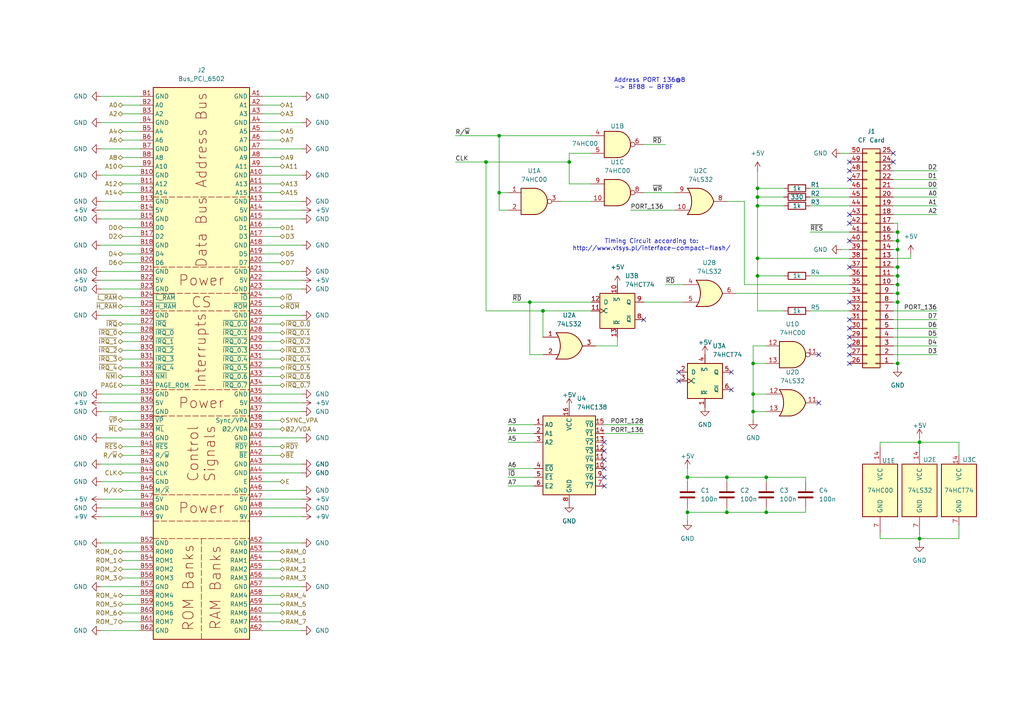
<source format=kicad_sch>
(kicad_sch (version 20231120) (generator "eeschema") (generator_version "8.0")
  (paper "A4")
  (junction (at 210.82 138.43))
  (junction (at 199.39 138.43))
  (junction (at 260.35 77.47))
  (junction (at 260.35 82.55))
  (junction (at 219.71 74.93))
  (junction (at 266.7 156.21))
  (junction (at 260.35 85.09))
  (junction (at 219.71 80.01))
  (junction (at 153.67 87.63))
  (junction (at 260.35 72.39))
  (junction (at 218.44 105.41))
  (junction (at 219.71 59.69))
  (junction (at 157.48 90.17))
  (junction (at 222.25 138.43))
  (junction (at 266.7 128.27))
  (junction (at 218.44 119.38))
  (junction (at 210.82 148.59))
  (junction (at 218.44 114.3))
  (junction (at 260.35 105.41))
  (junction (at 165.1 46.99))
  (junction (at 222.25 148.59))
  (junction (at 219.71 54.61))
  (junction (at 260.35 67.31))
  (junction (at 144.78 55.88))
  (junction (at 260.35 80.01))
  (junction (at 260.35 69.85))
  (junction (at 144.78 39.37))
  (junction (at 219.71 57.15))
  (junction (at 140.97 46.99))
  (junction (at 260.35 87.63))
  (junction (at 199.39 148.59))
  (no_connect (at 246.38 87.63))
  (no_connect (at 246.38 77.47))
  (no_connect (at 259.08 44.45))
  (no_connect (at 212.09 107.95))
  (no_connect (at 246.38 49.53))
  (no_connect (at 212.09 113.03))
  (no_connect (at 246.38 95.25))
  (no_connect (at 237.49 116.84))
  (no_connect (at 196.85 107.95))
  (no_connect (at 246.38 64.77))
  (no_connect (at 186.69 92.71))
  (no_connect (at 175.26 133.35))
  (no_connect (at 196.85 110.49))
  (no_connect (at 246.38 105.41))
  (no_connect (at 175.26 138.43))
  (no_connect (at 246.38 102.87))
  (no_connect (at 246.38 52.07))
  (no_connect (at 259.08 46.99))
  (no_connect (at 246.38 92.71))
  (no_connect (at 246.38 97.79))
  (no_connect (at 175.26 128.27))
  (no_connect (at 175.26 140.97))
  (no_connect (at 237.49 102.87))
  (no_connect (at 175.26 135.89))
  (no_connect (at 246.38 69.85))
  (no_connect (at 246.38 62.23))
  (no_connect (at 246.38 46.99))
  (no_connect (at 246.38 100.33))
  (no_connect (at 175.26 130.81))
  (wire (pts (xy 29.21 71.12) (xy 40.64 71.12)))
  (wire (pts (xy 148.59 87.63) (xy 153.67 87.63)))
  (wire (pts (xy 81.28 40.64) (xy 76.2 40.64)))
  (wire (pts (xy 264.16 74.93) (xy 259.08 74.93)))
  (wire (pts (xy 35.56 165.1) (xy 40.64 165.1)))
  (wire (pts (xy 233.68 147.32) (xy 233.68 148.59)))
  (wire (pts (xy 29.21 119.38) (xy 40.64 119.38)))
  (wire (pts (xy 266.7 154.94) (xy 266.7 156.21)))
  (wire (pts (xy 81.28 162.56) (xy 76.2 162.56)))
  (wire (pts (xy 81.28 160.02) (xy 76.2 160.02)))
  (wire (pts (xy 271.78 49.53) (xy 259.08 49.53)))
  (wire (pts (xy 29.21 114.3) (xy 40.64 114.3)))
  (wire (pts (xy 29.21 43.18) (xy 40.64 43.18)))
  (wire (pts (xy 35.56 109.22) (xy 40.64 109.22)))
  (wire (pts (xy 222.25 138.43) (xy 210.82 138.43)))
  (wire (pts (xy 35.56 106.68) (xy 40.64 106.68)))
  (wire (pts (xy 271.78 100.33) (xy 259.08 100.33)))
  (wire (pts (xy 210.82 138.43) (xy 199.39 138.43)))
  (wire (pts (xy 81.28 132.08) (xy 76.2 132.08)))
  (wire (pts (xy 87.63 134.62) (xy 76.2 134.62)))
  (wire (pts (xy 260.35 64.77) (xy 259.08 64.77)))
  (wire (pts (xy 219.71 59.69) (xy 227.33 59.69)))
  (wire (pts (xy 35.56 86.36) (xy 40.64 86.36)))
  (wire (pts (xy 259.08 67.31) (xy 260.35 67.31)))
  (wire (pts (xy 87.63 170.18) (xy 76.2 170.18)))
  (wire (pts (xy 234.95 57.15) (xy 246.38 57.15)))
  (wire (pts (xy 35.56 93.98) (xy 40.64 93.98)))
  (wire (pts (xy 234.95 80.01) (xy 246.38 80.01)))
  (wire (pts (xy 165.1 46.99) (xy 165.1 44.45)))
  (wire (pts (xy 266.7 128.27) (xy 266.7 129.54)))
  (wire (pts (xy 81.28 175.26) (xy 76.2 175.26)))
  (wire (pts (xy 271.78 54.61) (xy 259.08 54.61)))
  (wire (pts (xy 87.63 71.12) (xy 76.2 71.12)))
  (wire (pts (xy 35.56 30.48) (xy 40.64 30.48)))
  (wire (pts (xy 81.28 96.52) (xy 76.2 96.52)))
  (wire (pts (xy 218.44 105.41) (xy 222.25 105.41)))
  (wire (pts (xy 29.21 91.44) (xy 40.64 91.44)))
  (wire (pts (xy 234.95 54.61) (xy 246.38 54.61)))
  (wire (pts (xy 87.63 35.56) (xy 76.2 35.56)))
  (wire (pts (xy 222.25 148.59) (xy 210.82 148.59)))
  (wire (pts (xy 255.27 154.94) (xy 255.27 156.21)))
  (wire (pts (xy 29.21 139.7) (xy 40.64 139.7)))
  (wire (pts (xy 175.26 125.73) (xy 186.69 125.73)))
  (wire (pts (xy 199.39 135.89) (xy 199.39 138.43)))
  (wire (pts (xy 218.44 105.41) (xy 218.44 100.33)))
  (wire (pts (xy 259.08 72.39) (xy 260.35 72.39)))
  (wire (pts (xy 81.28 121.92) (xy 76.2 121.92)))
  (wire (pts (xy 271.78 102.87) (xy 259.08 102.87)))
  (wire (pts (xy 81.28 139.7) (xy 76.2 139.7)))
  (wire (pts (xy 147.32 128.27) (xy 154.94 128.27)))
  (wire (pts (xy 35.56 175.26) (xy 40.64 175.26)))
  (wire (pts (xy 271.78 62.23) (xy 259.08 62.23)))
  (wire (pts (xy 147.32 140.97) (xy 154.94 140.97)))
  (wire (pts (xy 35.56 33.02) (xy 40.64 33.02)))
  (wire (pts (xy 35.56 55.88) (xy 40.64 55.88)))
  (wire (pts (xy 233.68 148.59) (xy 222.25 148.59)))
  (wire (pts (xy 165.1 44.45) (xy 171.45 44.45)))
  (wire (pts (xy 81.28 180.34) (xy 76.2 180.34)))
  (wire (pts (xy 81.28 104.14) (xy 76.2 104.14)))
  (wire (pts (xy 259.08 82.55) (xy 260.35 82.55)))
  (wire (pts (xy 278.13 156.21) (xy 266.7 156.21)))
  (wire (pts (xy 271.78 59.69) (xy 259.08 59.69)))
  (wire (pts (xy 147.32 123.19) (xy 154.94 123.19)))
  (wire (pts (xy 271.78 97.79) (xy 259.08 97.79)))
  (wire (pts (xy 213.36 85.09) (xy 246.38 85.09)))
  (wire (pts (xy 175.26 123.19) (xy 186.69 123.19)))
  (wire (pts (xy 29.21 50.8) (xy 40.64 50.8)))
  (wire (pts (xy 87.63 157.48) (xy 76.2 157.48)))
  (wire (pts (xy 218.44 114.3) (xy 218.44 105.41)))
  (wire (pts (xy 210.82 148.59) (xy 199.39 148.59)))
  (wire (pts (xy 147.32 125.73) (xy 154.94 125.73)))
  (wire (pts (xy 233.68 139.7) (xy 233.68 138.43)))
  (wire (pts (xy 29.21 144.78) (xy 40.64 144.78)))
  (wire (pts (xy 35.56 121.92) (xy 40.64 121.92)))
  (wire (pts (xy 35.56 66.04) (xy 40.64 66.04)))
  (wire (pts (xy 271.78 90.17) (xy 259.08 90.17)))
  (wire (pts (xy 165.1 53.34) (xy 165.1 46.99)))
  (wire (pts (xy 140.97 90.17) (xy 140.97 46.99)))
  (wire (pts (xy 81.28 68.58) (xy 76.2 68.58)))
  (wire (pts (xy 81.28 101.6) (xy 76.2 101.6)))
  (wire (pts (xy 87.63 144.78) (xy 76.2 144.78)))
  (wire (pts (xy 186.69 41.91) (xy 193.04 41.91)))
  (wire (pts (xy 87.63 116.84) (xy 76.2 116.84)))
  (wire (pts (xy 35.56 101.6) (xy 40.64 101.6)))
  (wire (pts (xy 259.08 105.41) (xy 260.35 105.41)))
  (wire (pts (xy 219.71 90.17) (xy 219.71 80.01)))
  (wire (pts (xy 219.71 74.93) (xy 246.38 74.93)))
  (wire (pts (xy 266.7 156.21) (xy 266.7 157.48)))
  (wire (pts (xy 271.78 57.15) (xy 259.08 57.15)))
  (wire (pts (xy 278.13 128.27) (xy 278.13 132.08)))
  (wire (pts (xy 81.28 129.54) (xy 76.2 129.54)))
  (wire (pts (xy 35.56 177.8) (xy 40.64 177.8)))
  (wire (pts (xy 227.33 90.17) (xy 219.71 90.17)))
  (wire (pts (xy 81.28 86.36) (xy 76.2 86.36)))
  (wire (pts (xy 81.28 109.22) (xy 76.2 109.22)))
  (wire (pts (xy 87.63 78.74) (xy 76.2 78.74)))
  (wire (pts (xy 81.28 106.68) (xy 76.2 106.68)))
  (wire (pts (xy 87.63 81.28) (xy 76.2 81.28)))
  (wire (pts (xy 81.28 172.72) (xy 76.2 172.72)))
  (wire (pts (xy 234.95 67.31) (xy 246.38 67.31)))
  (wire (pts (xy 29.21 170.18) (xy 40.64 170.18)))
  (wire (pts (xy 35.56 167.64) (xy 40.64 167.64)))
  (wire (pts (xy 186.69 55.88) (xy 195.58 55.88)))
  (wire (pts (xy 219.71 57.15) (xy 219.71 54.61)))
  (wire (pts (xy 147.32 60.96) (xy 144.78 60.96)))
  (wire (pts (xy 29.21 134.62) (xy 40.64 134.62)))
  (wire (pts (xy 219.71 54.61) (xy 219.71 49.53)))
  (wire (pts (xy 234.95 59.69) (xy 246.38 59.69)))
  (wire (pts (xy 144.78 60.96) (xy 144.78 55.88)))
  (wire (pts (xy 87.63 149.86) (xy 76.2 149.86)))
  (wire (pts (xy 87.63 137.16) (xy 76.2 137.16)))
  (wire (pts (xy 153.67 87.63) (xy 171.45 87.63)))
  (wire (pts (xy 182.88 60.96) (xy 195.58 60.96)))
  (wire (pts (xy 29.21 35.56) (xy 40.64 35.56)))
  (wire (pts (xy 87.63 182.88) (xy 76.2 182.88)))
  (wire (pts (xy 153.67 102.87) (xy 153.67 87.63)))
  (wire (pts (xy 29.21 78.74) (xy 40.64 78.74)))
  (wire (pts (xy 144.78 39.37) (xy 144.78 55.88)))
  (wire (pts (xy 81.28 53.34) (xy 76.2 53.34)))
  (wire (pts (xy 81.28 45.72) (xy 76.2 45.72)))
  (wire (pts (xy 29.21 81.28) (xy 40.64 81.28)))
  (wire (pts (xy 81.28 30.48) (xy 76.2 30.48)))
  (wire (pts (xy 259.08 87.63) (xy 260.35 87.63)))
  (wire (pts (xy 218.44 119.38) (xy 218.44 114.3)))
  (wire (pts (xy 271.78 92.71) (xy 259.08 92.71)))
  (wire (pts (xy 266.7 128.27) (xy 278.13 128.27)))
  (wire (pts (xy 243.84 44.45) (xy 246.38 44.45)))
  (wire (pts (xy 81.28 93.98) (xy 76.2 93.98)))
  (wire (pts (xy 81.28 167.64) (xy 76.2 167.64)))
  (wire (pts (xy 193.04 82.55) (xy 198.12 82.55)))
  (wire (pts (xy 87.63 63.5) (xy 76.2 63.5)))
  (wire (pts (xy 255.27 156.21) (xy 266.7 156.21)))
  (wire (pts (xy 199.39 148.59) (xy 199.39 151.13)))
  (wire (pts (xy 260.35 77.47) (xy 260.35 80.01)))
  (wire (pts (xy 29.21 116.84) (xy 40.64 116.84)))
  (wire (pts (xy 29.21 60.96) (xy 40.64 60.96)))
  (wire (pts (xy 147.32 138.43) (xy 154.94 138.43)))
  (wire (pts (xy 29.21 127) (xy 40.64 127)))
  (wire (pts (xy 259.08 77.47) (xy 260.35 77.47)))
  (wire (pts (xy 87.63 83.82) (xy 76.2 83.82)))
  (wire (pts (xy 222.25 147.32) (xy 222.25 148.59)))
  (wire (pts (xy 259.08 69.85) (xy 260.35 69.85)))
  (wire (pts (xy 87.63 119.38) (xy 76.2 119.38)))
  (wire (pts (xy 87.63 60.96) (xy 76.2 60.96)))
  (wire (pts (xy 144.78 39.37) (xy 171.45 39.37)))
  (wire (pts (xy 162.56 58.42) (xy 171.45 58.42)))
  (wire (pts (xy 260.35 67.31) (xy 260.35 64.77)))
  (wire (pts (xy 81.28 165.1) (xy 76.2 165.1)))
  (wire (pts (xy 87.63 27.94) (xy 76.2 27.94)))
  (wire (pts (xy 264.16 73.66) (xy 264.16 74.93)))
  (wire (pts (xy 255.27 128.27) (xy 266.7 128.27)))
  (wire (pts (xy 171.45 53.34) (xy 165.1 53.34)))
  (wire (pts (xy 81.28 88.9) (xy 76.2 88.9)))
  (wire (pts (xy 215.9 82.55) (xy 246.38 82.55)))
  (wire (pts (xy 35.56 172.72) (xy 40.64 172.72)))
  (wire (pts (xy 271.78 95.25) (xy 259.08 95.25)))
  (wire (pts (xy 219.71 80.01) (xy 227.33 80.01)))
  (wire (pts (xy 218.44 121.92) (xy 218.44 119.38)))
  (wire (pts (xy 29.21 58.42) (xy 40.64 58.42)))
  (wire (pts (xy 278.13 152.4) (xy 278.13 156.21)))
  (wire (pts (xy 87.63 50.8) (xy 76.2 50.8)))
  (wire (pts (xy 218.44 119.38) (xy 222.25 119.38)))
  (wire (pts (xy 29.21 182.88) (xy 40.64 182.88)))
  (wire (pts (xy 35.56 99.06) (xy 40.64 99.06)))
  (wire (pts (xy 140.97 46.99) (xy 165.1 46.99)))
  (wire (pts (xy 210.82 139.7) (xy 210.82 138.43)))
  (wire (pts (xy 87.63 91.44) (xy 76.2 91.44)))
  (wire (pts (xy 199.39 147.32) (xy 199.39 148.59)))
  (wire (pts (xy 81.28 124.46) (xy 76.2 124.46)))
  (wire (pts (xy 218.44 100.33) (xy 222.25 100.33)))
  (wire (pts (xy 259.08 80.01) (xy 260.35 80.01)))
  (wire (pts (xy 87.63 43.18) (xy 76.2 43.18)))
  (wire (pts (xy 266.7 127) (xy 266.7 128.27)))
  (wire (pts (xy 218.44 114.3) (xy 222.25 114.3)))
  (wire (pts (xy 219.71 59.69) (xy 219.71 57.15)))
  (wire (pts (xy 219.71 57.15) (xy 227.33 57.15)))
  (wire (pts (xy 215.9 58.42) (xy 215.9 82.55)))
  (wire (pts (xy 35.56 40.64) (xy 40.64 40.64)))
  (wire (pts (xy 260.35 80.01) (xy 260.35 82.55)))
  (wire (pts (xy 243.84 72.39) (xy 246.38 72.39)))
  (wire (pts (xy 157.48 90.17) (xy 157.48 97.79)))
  (wire (pts (xy 255.27 129.54) (xy 255.27 128.27)))
  (wire (pts (xy 179.07 100.33) (xy 179.07 97.79)))
  (wire (pts (xy 29.21 83.82) (xy 40.64 83.82)))
  (wire (pts (xy 260.35 82.55) (xy 260.35 85.09)))
  (wire (pts (xy 81.28 48.26) (xy 76.2 48.26)))
  (wire (pts (xy 219.71 74.93) (xy 219.71 59.69)))
  (wire (pts (xy 87.63 142.24) (xy 76.2 142.24)))
  (wire (pts (xy 157.48 90.17) (xy 171.45 90.17)))
  (wire (pts (xy 29.21 157.48) (xy 40.64 157.48)))
  (wire (pts (xy 81.28 66.04) (xy 76.2 66.04)))
  (wire (pts (xy 81.28 99.06) (xy 76.2 99.06)))
  (wire (pts (xy 260.35 105.41) (xy 260.35 106.68)))
  (wire (pts (xy 35.56 88.9) (xy 40.64 88.9)))
  (wire (pts (xy 35.56 45.72) (xy 40.64 45.72)))
  (wire (pts (xy 210.82 58.42) (xy 215.9 58.42)))
  (wire (pts (xy 234.95 90.17) (xy 246.38 90.17)))
  (wire (pts (xy 260.35 72.39) (xy 260.35 69.85)))
  (wire (pts (xy 87.63 58.42) (xy 76.2 58.42)))
  (wire (pts (xy 222.25 139.7) (xy 222.25 138.43)))
  (wire (pts (xy 35.56 129.54) (xy 40.64 129.54)))
  (wire (pts (xy 210.82 147.32) (xy 210.82 148.59)))
  (wire (pts (xy 35.56 104.14) (xy 40.64 104.14)))
  (wire (pts (xy 35.56 180.34) (xy 40.64 180.34)))
  (wire (pts (xy 35.56 38.1) (xy 40.64 38.1)))
  (wire (pts (xy 35.56 142.24) (xy 40.64 142.24)))
  (wire (pts (xy 157.48 102.87) (xy 153.67 102.87)))
  (wire (pts (xy 29.21 147.32) (xy 40.64 147.32)))
  (wire (pts (xy 35.56 96.52) (xy 40.64 96.52)))
  (wire (pts (xy 81.28 111.76) (xy 76.2 111.76)))
  (wire (pts (xy 35.56 124.46) (xy 40.64 124.46)))
  (wire (pts (xy 260.35 69.85) (xy 260.35 67.31)))
  (wire (pts (xy 186.69 87.63) (xy 198.12 87.63)))
  (wire (pts (xy 35.56 132.08) (xy 40.64 132.08)))
  (wire (pts (xy 260.35 87.63) (xy 260.35 105.41)))
  (wire (pts (xy 260.35 72.39) (xy 260.35 77.47)))
  (wire (pts (xy 260.35 85.09) (xy 260.35 87.63)))
  (wire (pts (xy 219.71 54.61) (xy 227.33 54.61)))
  (wire (pts (xy 81.28 76.2) (xy 76.2 76.2)))
  (wire (pts (xy 35.56 48.26) (xy 40.64 48.26)))
  (wire (pts (xy 81.28 177.8) (xy 76.2 177.8)))
  (wire (pts (xy 132.08 39.37) (xy 144.78 39.37)))
  (wire (pts (xy 87.63 127) (xy 76.2 127)))
  (wire (pts (xy 29.21 149.86) (xy 40.64 149.86)))
  (wire (pts (xy 199.39 138.43) (xy 199.39 139.7)))
  (wire (pts (xy 81.28 73.66) (xy 76.2 73.66)))
  (wire (pts (xy 132.08 46.99) (xy 140.97 46.99)))
  (wire (pts (xy 219.71 80.01) (xy 219.71 74.93)))
  (wire (pts (xy 147.32 135.89) (xy 154.94 135.89)))
  (wire (pts (xy 81.28 33.02) (xy 76.2 33.02)))
  (wire (pts (xy 87.63 114.3) (xy 76.2 114.3)))
  (wire (pts (xy 35.56 73.66) (xy 40.64 73.66)))
  (wire (pts (xy 233.68 138.43) (xy 222.25 138.43)))
  (wire (pts (xy 35.56 137.16) (xy 40.64 137.16)))
  (wire (pts (xy 87.63 147.32) (xy 76.2 147.32)))
  (wire (pts (xy 140.97 90.17) (xy 157.48 90.17)))
  (wire (pts (xy 35.56 53.34) (xy 40.64 53.34)))
  (wire (pts (xy 29.21 27.94) (xy 40.64 27.94)))
  (wire (pts (xy 271.78 52.07) (xy 259.08 52.07)))
  (wire (pts (xy 81.28 55.88) (xy 76.2 55.88)))
  (wire (pts (xy 29.21 63.5) (xy 40.64 63.5)))
  (wire (pts (xy 35.56 111.76) (xy 40.64 111.76)))
  (wire (pts (xy 81.28 38.1) (xy 76.2 38.1)))
  (wire (pts (xy 172.72 100.33) (xy 179.07 100.33)))
  (wire (pts (xy 35.56 68.58) (xy 40.64 68.58)))
  (wire (pts (xy 35.56 162.56) (xy 40.64 162.56)))
  (wire (pts (xy 144.78 55.88) (xy 147.32 55.88)))
  (wire (pts (xy 35.56 160.02) (xy 40.64 160.02)))
  (wire (pts (xy 35.56 76.2) (xy 40.64 76.2)))
  (wire (pts (xy 259.08 85.09) (xy 260.35 85.09)))
  (text "Address PORT 136@8\n-> BF88 - BF8F" (at 178.054 24.384 0) (effects (font (size 1.27 1.27)) (justify left)))
  (text "Timing Circuit according to:\nhttp://www.vtsys.pl/interface-compact-flash/" (at 188.976 71.12 0) (effects (font (size 1.27 1.27))))
  (label "~{WR}" (at 189.23 55.88 0))
  (label "D2" (at 271.78 49.53 180))
  (label "~{RD}" (at 189.23 41.91 0))
  (label "A0" (at 271.78 57.15 180))
  (label "D0" (at 271.78 54.61 180))
  (label "D6" (at 271.78 95.25 180))
  (label "~{RES}" (at 234.95 67.31 0))
  (label "~{RD}" (at 148.59 87.63 0))
  (label "A7" (at 147.32 140.97 0))
  (label "D1" (at 271.78 52.07 180))
  (label "A3" (at 147.32 123.19 0))
  (label "R{slash}~{W}" (at 132.08 39.37 0))
  (label "~{RD}" (at 193.04 82.55 0))
  (label "A1" (at 271.78 59.69 180))
  (label "A4" (at 147.32 125.73 0))
  (label "PORT_136" (at 271.78 90.17 180))
  (label "D7" (at 271.78 92.71 180))
  (label "PORT_128" (at 186.69 123.19 180))
  (label "D3" (at 271.78 102.87 180))
  (label "D5" (at 271.78 97.79 180))
  (label "D4" (at 271.78 100.33 180))
  (label "PORT_136" (at 186.69 125.73 180))
  (label "~{IO}" (at 147.32 138.43 0))
  (label "A6" (at 147.32 135.89 0))
  (label "A2" (at 271.78 62.23 180))
  (label "A5" (at 147.32 128.27 0))
  (label "PORT_136" (at 182.88 60.96 0))
  (label "CLK" (at 132.08 46.99 0))
  (hierarchical_label "ROM_0" (shape bidirectional) (at 35.56 160.02 180))
  (hierarchical_label "~{IRQ_1}" (shape bidirectional) (at 35.56 99.06 180))
  (hierarchical_label "D2" (shape bidirectional) (at 35.56 68.58 180))
  (hierarchical_label "~{IRQ_0.6}" (shape bidirectional) (at 81.28 109.22 0))
  (hierarchical_label "E" (shape bidirectional) (at 81.28 139.7 0))
  (hierarchical_label "M{slash}X" (shape bidirectional) (at 35.56 142.24 180))
  (hierarchical_label "A0" (shape bidirectional) (at 35.56 30.48 180))
  (hierarchical_label "ROM_2" (shape bidirectional) (at 35.56 165.1 180))
  (hierarchical_label "RAM_5" (shape bidirectional) (at 81.28 175.26 0))
  (hierarchical_label "RAM_3" (shape bidirectional) (at 81.28 167.64 0))
  (hierarchical_label "~{NMI}" (shape bidirectional) (at 35.56 109.22 180))
  (hierarchical_label "CLK" (shape bidirectional) (at 35.56 137.16 180))
  (hierarchical_label "~{BE}" (shape bidirectional) (at 81.28 132.08 0))
  (hierarchical_label "A2" (shape bidirectional) (at 35.56 33.02 180))
  (hierarchical_label "ROM_4" (shape bidirectional) (at 35.56 172.72 180))
  (hierarchical_label "A1" (shape bidirectional) (at 81.28 30.48 0))
  (hierarchical_label "~{IRQ_0.1}" (shape bidirectional) (at 81.28 96.52 0))
  (hierarchical_label "D7" (shape bidirectional) (at 81.28 76.2 0))
  (hierarchical_label "~{IRQ_4}" (shape bidirectional) (at 35.56 106.68 180))
  (hierarchical_label "~{H_RAM}" (shape bidirectional) (at 35.56 88.9 180))
  (hierarchical_label "ROM_6" (shape bidirectional) (at 35.56 177.8 180))
  (hierarchical_label "D5" (shape bidirectional) (at 81.28 73.66 0))
  (hierarchical_label "A7" (shape bidirectional) (at 81.28 40.64 0))
  (hierarchical_label "A14" (shape bidirectional) (at 35.56 55.88 180))
  (hierarchical_label "PAGE" (shape bidirectional) (at 35.56 111.76 180))
  (hierarchical_label "~{IRQ_0.5}" (shape bidirectional) (at 81.28 106.68 0))
  (hierarchical_label "D0" (shape bidirectional) (at 35.56 66.04 180))
  (hierarchical_label "~{VP}" (shape bidirectional) (at 35.56 121.92 180))
  (hierarchical_label "ROM_5" (shape bidirectional) (at 35.56 175.26 180))
  (hierarchical_label "A6" (shape bidirectional) (at 35.56 40.64 180))
  (hierarchical_label "A9" (shape bidirectional) (at 81.28 45.72 0))
  (hierarchical_label "A4" (shape bidirectional) (at 35.56 38.1 180))
  (hierarchical_label "Ø2{slash}VDA" (shape bidirectional) (at 81.28 124.46 0))
  (hierarchical_label "ROM_1" (shape bidirectional) (at 35.56 162.56 180))
  (hierarchical_label "~{IRQ_0.2}" (shape bidirectional) (at 81.28 99.06 0))
  (hierarchical_label "ROM_3" (shape bidirectional) (at 35.56 167.64 180))
  (hierarchical_label "RAM_2" (shape bidirectional) (at 81.28 165.1 0))
  (hierarchical_label "~{IRQ_0}" (shape bidirectional) (at 35.56 96.52 180))
  (hierarchical_label "~{IRQ_0.0}" (shape bidirectional) (at 81.28 93.98 0))
  (hierarchical_label "RAM_0" (shape bidirectional) (at 81.28 160.02 0))
  (hierarchical_label "~{RDY}" (shape bidirectional) (at 81.28 129.54 0))
  (hierarchical_label "~{L_RAM}" (shape bidirectional) (at 35.56 86.36 180))
  (hierarchical_label "~{ML}" (shape bidirectional) (at 35.56 124.46 180))
  (hierarchical_label "~{IRQ_0.7}" (shape bidirectional) (at 81.28 111.76 0))
  (hierarchical_label "SYNC_VPA" (shape bidirectional) (at 81.28 121.92 0))
  (hierarchical_label "~{IRQ_2}" (shape bidirectional) (at 35.56 101.6 180))
  (hierarchical_label "~{IRQ_0.3}" (shape bidirectional) (at 81.28 101.6 0))
  (hierarchical_label "~{IRQ_3}" (shape bidirectional) (at 35.56 104.14 180))
  (hierarchical_label "D3" (shape bidirectional) (at 81.28 68.58 0))
  (hierarchical_label "D4" (shape bidirectional) (at 35.56 73.66 180))
  (hierarchical_label "~{ROM}" (shape bidirectional) (at 81.28 88.9 0))
  (hierarchical_label "A3" (shape bidirectional) (at 81.28 33.02 0))
  (hierarchical_label "D6" (shape bidirectional) (at 35.56 76.2 180))
  (hierarchical_label "~{IRQ_0.4}" (shape bidirectional) (at 81.28 104.14 0))
  (hierarchical_label "~{IO}" (shape bidirectional) (at 81.28 86.36 0))
  (hierarchical_label "D1" (shape bidirectional) (at 81.28 66.04 0))
  (hierarchical_label "RAM_4" (shape bidirectional) (at 81.28 172.72 0))
  (hierarchical_label "A10" (shape bidirectional) (at 35.56 48.26 180))
  (hierarchical_label "A13" (shape bidirectional) (at 81.28 53.34 0))
  (hierarchical_label "RAM_1" (shape bidirectional) (at 81.28 162.56 0))
  (hierarchical_label "A11" (shape bidirectional) (at 81.28 48.26 0))
  (hierarchical_label "RAM_7" (shape bidirectional) (at 81.28 180.34 0))
  (hierarchical_label "RAM_6" (shape bidirectional) (at 81.28 177.8 0))
  (hierarchical_label "A15" (shape bidirectional) (at 81.28 55.88 0))
  (hierarchical_label "~{IRQ}" (shape bidirectional) (at 35.56 93.98 180))
  (hierarchical_label "ROM_7" (shape bidirectional) (at 35.56 180.34 180))
  (hierarchical_label "A5" (shape bidirectional) (at 81.28 38.1 0))
  (hierarchical_label "~{RES}" (shape bidirectional) (at 35.56 129.54 180))
  (hierarchical_label "R{slash}~{W}" (shape bidirectional) (at 35.56 132.08 180))
  (hierarchical_label "A12" (shape bidirectional) (at 35.56 53.34 180))
  (hierarchical_label "A8" (shape bidirectional) (at 35.56 45.72 180))
  (symbol (lib_id "power:GND") (at 87.63 78.74 90) (mirror x) (unit 1)
    (property "Reference" "#PWR026" (effects (hide yes)))
    (property "Value" "GND" (at 91.44 78.7399 90) (effects (justify right)))
    (property "Description" "Power symbol creates a global label with name \"GND\" , ground" (effects (hide yes)))
  )
  (symbol (lib_id "power:GND") (at 218.44 121.92 0) (mirror y) (unit 1)
    (property "Reference" "#PWR060" (effects (hide yes)))
    (property "Value" "GND" (at 218.44 127 0))
    (property "Description" "Power symbol creates a global label with name \"GND\" , ground" (effects (hide yes)))
  )
  (symbol (lib_id "power:GND") (at 29.21 63.5 270) (unit 1)
    (property "Reference" "#PWR021" (effects (hide yes)))
    (property "Value" "GND" (at 25.4 63.4999 90) (effects (justify right)))
    (property "Description" "Power symbol creates a global label with name \"GND\" , ground" (effects (hide yes)))
  )
  (symbol (lib_id "74xx:74HC00") (at 179.07 41.91 0) (unit 2)
    (property "Reference" "U1" (at 179.07 36.576 0))
    (property "Value" "74HC00" (at 169.672 41.656 0))
    (property "Footprint" "Package_DIP:DIP-14_W7.62mm" (effects (hide yes)))
    (property "Datasheet" "http://www.ti.com/lit/gpn/sn74hc00" (effects (hide yes)))
    (property "Description" "quad 2-input NAND gate" (effects (hide yes)))
  )
  (symbol (lib_id "Device:C") (at 233.68 143.51 0) (unit 1)
    (property "Reference" "C4" (at 237.49 142.2399 0) (effects (justify left)))
    (property "Value" "100n" (at 237.49 144.7799 0) (effects (justify left)))
    (property "Footprint" "Capacitor_SMD:C_0805_2012Metric" (effects (hide yes)))
    (property "Description" "Unpolarized capacitor" (effects (hide yes)))
  )
  (symbol (lib_id "power:+5V") (at 264.16 73.66 0) (unit 1)
    (property "Reference" "#PWR04" (effects (hide yes)))
    (property "Value" "+5V" (at 264.16 68.58 0))
    (property "Description" "Power symbol creates a global label with name \"+5V\"" (effects (hide yes)))
  )
  (symbol (lib_id "power:GND") (at 87.63 50.8 90) (mirror x) (unit 1)
    (property "Reference" "#PWR016" (effects (hide yes)))
    (property "Value" "GND" (at 91.44 50.7999 90) (effects (justify right)))
    (property "Description" "Power symbol creates a global label with name \"GND\" , ground" (effects (hide yes)))
  )
  (symbol (lib_id "74xx:74HC00") (at 229.87 102.87 0) (unit 4)
    (property "Reference" "U1" (at 229.8617 93.98 0))
    (property "Value" "74HC00" (at 229.8617 96.52 0))
    (property "Footprint" "Package_DIP:DIP-14_W7.62mm" (effects (hide yes)))
    (property "Datasheet" "http://www.ti.com/lit/gpn/sn74hc00" (effects (hide yes)))
    (property "Description" "quad 2-input NAND gate" (effects (hide yes)))
  )
  (symbol (lib_id "power:GND") (at 87.63 134.62 90) (mirror x) (unit 1)
    (property "Reference" "#PWR042" (effects (hide yes)))
    (property "Value" "GND" (at 91.44 134.6199 90) (effects (justify right)))
    (property "Description" "Power symbol creates a global label with name \"GND\" , ground" (effects (hide yes)))
  )
  (symbol (lib_id "power:GND") (at 204.47 118.11 0) (mirror y) (unit 1)
    (property "Reference" "#PWR058" (effects (hide yes)))
    (property "Value" "GND" (at 204.47 123.19 0))
    (property "Description" "Power symbol creates a global label with name \"GND\" , ground" (effects (hide yes)))
  )
  (symbol (lib_id "power:GND") (at 29.21 182.88 270) (unit 1)
    (property "Reference" "#PWR056" (effects (hide yes)))
    (property "Value" "GND" (at 25.4 182.8799 90) (effects (justify right)))
    (property "Description" "Power symbol creates a global label with name \"GND\" , ground" (effects (hide yes)))
  )
  (symbol (lib_id "Device:C") (at 210.82 143.51 0) (unit 1)
    (property "Reference" "C2" (at 214.63 142.2399 0) (effects (justify left)))
    (property "Value" "100n" (at 214.63 144.7799 0) (effects (justify left)))
    (property "Footprint" "Capacitor_SMD:C_0805_2012Metric" (effects (hide yes)))
    (property "Description" "Unpolarized capacitor" (effects (hide yes)))
  )
  (symbol (lib_id "6502:Bus_PCI_6502") (at 58.42 104.14 0) (unit 1)
    (property "Reference" "J2" (at 58.42 20.32 0))
    (property "Value" "Bus_PCI_6502" (at 58.42 22.86 0))
    (property "Footprint" "Connector_PCBEdge:BUS_PCI" (effects (hide yes)))
    (property "Datasheet" "http://pinouts.ru/Slots/PCI_pinout.shtml" (effects (hide yes)))
    (property "Description" "PCI bus connector for 5V cards" (effects (hide yes)))
  )
  (symbol (lib_id "74xx:74LS32") (at 203.2 58.42 0) (unit 3)
    (property "Reference" "U2" (at 203.2 49.53 0))
    (property "Value" "74LS32" (at 203.2 52.07 0))
    (property "Footprint" "Package_DIP:DIP-14_W7.62mm" (effects (hide yes)))
    (property "Datasheet" "http://www.ti.com/lit/gpn/sn74LS32" (effects (hide yes)))
    (property "Description" "Quad 2-input OR" (effects (hide yes)))
  )
  (symbol (lib_id "power:+9V") (at 29.21 149.86 90) (unit 1)
    (property "Reference" "#PWR050" (effects (hide yes)))
    (property "Value" "+9V" (at 25.4 149.8599 90) (effects (justify left)))
    (property "Description" "Power symbol creates a global label with name \"+9V\"" (effects (hide yes)))
  )
  (symbol (lib_id "74xx:74HC138") (at 165.1 133.35 0) (unit 1)
    (property "Reference" "U4" (at 167.2941 115.57 0) (effects (justify left)))
    (property "Value" "74HC138" (at 167.2941 118.11 0) (effects (justify left)))
    (property "Footprint" "Package_DIP:DIP-16_W7.62mm" (effects (hide yes)))
    (property "Datasheet" "http://www.ti.com/lit/ds/symlink/cd74hc238.pdf" (effects (hide yes)))
    (property "Description" "3-to-8 line decoder/multiplexer inverting, DIP-16/SOIC-16/SSOP-16" (effects (hide yes)))
  )
  (symbol (lib_id "power:GND") (at 29.21 35.56 270) (unit 1)
    (property "Reference" "#PWR011" (effects (hide yes)))
    (property "Value" "GND" (at 25.4 35.5599 90) (effects (justify right)))
    (property "Description" "Power symbol creates a global label with name \"GND\" , ground" (effects (hide yes)))
  )
  (symbol (lib_id "power:GND") (at 87.63 71.12 90) (mirror x) (unit 1)
    (property "Reference" "#PWR024" (effects (hide yes)))
    (property "Value" "GND" (at 91.44 71.1199 90) (effects (justify right)))
    (property "Description" "Power symbol creates a global label with name \"GND\" , ground" (effects (hide yes)))
  )
  (symbol (lib_id "power:+5V") (at 219.71 49.53 0) (unit 1)
    (property "Reference" "#PWR02" (effects (hide yes)))
    (property "Value" "+5V" (at 219.71 44.45 0))
    (property "Description" "Power symbol creates a global label with name \"+5V\"" (effects (hide yes)))
  )
  (symbol (lib_id "Device:C") (at 199.39 143.51 0) (unit 1)
    (property "Reference" "C1" (at 203.2 142.2399 0) (effects (justify left)))
    (property "Value" "100n" (at 203.2 144.7799 0) (effects (justify left)))
    (property "Footprint" "Capacitor_SMD:C_0805_2012Metric" (effects (hide yes)))
    (property "Description" "Unpolarized capacitor" (effects (hide yes)))
  )
  (symbol (lib_id "power:GND") (at 87.63 182.88 90) (unit 1)
    (property "Reference" "#PWR057" (effects (hide yes)))
    (property "Value" "GND" (at 91.44 182.8801 90) (effects (justify right)))
    (property "Description" "Power symbol creates a global label with name \"GND\" , ground" (effects (hide yes)))
  )
  (symbol (lib_id "power:GND") (at 29.21 27.94 270) (unit 1)
    (property "Reference" "#PWR09" (effects (hide yes)))
    (property "Value" "GND" (at 25.4 27.9399 90) (effects (justify right)))
    (property "Description" "Power symbol creates a global label with name \"GND\" , ground" (effects (hide yes)))
  )
  (symbol (lib_id "power:GND") (at 165.1 146.05 0) (mirror y) (unit 1)
    (property "Reference" "#PWR08" (effects (hide yes)))
    (property "Value" "GND" (at 165.1 151.13 0))
    (property "Description" "Power symbol creates a global label with name \"GND\" , ground" (effects (hide yes)))
  )
  (symbol (lib_id "power:GND") (at 29.21 170.18 270) (unit 1)
    (property "Reference" "#PWR054" (effects (hide yes)))
    (property "Value" "GND" (at 25.4 170.1799 90) (effects (justify right)))
    (property "Description" "Power symbol creates a global label with name \"GND\" , ground" (effects (hide yes)))
  )
  (symbol (lib_id "74xx:74HCT74") (at 278.13 142.24 0) (unit 3)
    (property "Reference" "U3" (at 279.146 133.35 0) (effects (justify left)))
    (property "Value" "74HCT74" (at 273.812 142.24 0) (effects (justify left)))
    (property "Footprint" "Package_DIP:DIP-14_W7.62mm" (effects (hide yes)))
    (property "Datasheet" "https://assets.nexperia.com/documents/data-sheet/74HC_HCT74.pdf" (effects (hide yes)))
    (property "Description" "Dual D Flip-flop, Set & Reset" (effects (hide yes)))
  )
  (symbol (lib_id "74xx:74HC00") (at 255.27 142.24 0) (unit 5)
    (property "Reference" "U1" (at 255.778 133.604 0) (effects (justify left)))
    (property "Value" "74HC00" (at 251.46 142.24 0) (effects (justify left)))
    (property "Footprint" "Package_DIP:DIP-14_W7.62mm" (effects (hide yes)))
    (property "Datasheet" "http://www.ti.com/lit/gpn/sn74hc00" (effects (hide yes)))
    (property "Description" "quad 2-input NAND gate" (effects (hide yes)))
  )
  (symbol (lib_id "power:GND") (at 87.63 91.44 90) (mirror x) (unit 1)
    (property "Reference" "#PWR032" (effects (hide yes)))
    (property "Value" "GND" (at 91.44 91.4399 90) (effects (justify right)))
    (property "Description" "Power symbol creates a global label with name \"GND\" , ground" (effects (hide yes)))
  )
  (symbol (lib_id "Device:R") (at 231.14 59.69 90) (unit 1)
    (property "Reference" "R3" (at 236.474 58.674 90))
    (property "Value" "1k" (at 231.14 59.69 90))
    (property "Footprint" "Resistor_SMD:R_0805_2012Metric" (effects (hide yes)))
    (property "Description" "Resistor" (effects (hide yes)))
  )
  (symbol (lib_id "74xx:74HC00") (at 154.94 58.42 0) (unit 1)
    (property "Reference" "U1" (at 154.9317 49.53 0))
    (property "Value" "74HC00" (at 154.9317 52.07 0))
    (property "Footprint" "Package_DIP:DIP-14_W7.62mm" (effects (hide yes)))
    (property "Datasheet" "http://www.ti.com/lit/gpn/sn74hc00" (effects (hide yes)))
    (property "Description" "quad 2-input NAND gate" (effects (hide yes)))
  )
  (symbol (lib_id "power:GND") (at 29.21 43.18 270) (unit 1)
    (property "Reference" "#PWR013" (effects (hide yes)))
    (property "Value" "GND" (at 25.4 43.1799 90) (effects (justify right)))
    (property "Description" "Power symbol creates a global label with name \"GND\" , ground" (effects (hide yes)))
  )
  (symbol (lib_id "power:GND") (at 87.63 157.48 90) (unit 1)
    (property "Reference" "#PWR053" (effects (hide yes)))
    (property "Value" "GND" (at 91.44 157.4801 90) (effects (justify right)))
    (property "Description" "Power symbol creates a global label with name \"GND\" , ground" (effects (hide yes)))
  )
  (symbol (lib_id "74xx:74LS32") (at 266.7 142.24 0) (unit 5)
    (property "Reference" "U2" (at 267.716 133.35 0) (effects (justify left)))
    (property "Value" "74LS32" (at 263.144 142.24 0) (effects (justify left)))
    (property "Footprint" "Package_DIP:DIP-14_W7.62mm" (effects (hide yes)))
    (property "Datasheet" "http://www.ti.com/lit/gpn/sn74LS32" (effects (hide yes)))
    (property "Description" "Quad 2-input OR" (effects (hide yes)))
  )
  (symbol (lib_id "power:GND") (at 243.84 44.45 270) (unit 1)
    (property "Reference" "#PWR01" (effects (hide yes)))
    (property "Value" "GND" (at 240.03 44.4499 90) (effects (justify right)))
    (property "Description" "Power symbol creates a global label with name \"GND\" , ground" (effects (hide yes)))
  )
  (symbol (lib_id "power:GND") (at 87.63 83.82 90) (mirror x) (unit 1)
    (property "Reference" "#PWR030" (effects (hide yes)))
    (property "Value" "GND" (at 91.44 83.8199 90) (effects (justify right)))
    (property "Description" "Power symbol creates a global label with name \"GND\" , ground" (effects (hide yes)))
  )
  (symbol (lib_id "power:GND") (at 29.21 139.7 270) (unit 1)
    (property "Reference" "#PWR044" (effects (hide yes)))
    (property "Value" "GND" (at 25.4 139.6999 90) (effects (justify right)))
    (property "Description" "Power symbol creates a global label with name \"GND\" , ground" (effects (hide yes)))
  )
  (symbol (lib_id "Device:R") (at 231.14 90.17 90) (unit 1)
    (property "Reference" "R5" (at 236.474 89.154 90))
    (property "Value" "1k" (at 231.14 90.17 90))
    (property "Footprint" "Resistor_SMD:R_0805_2012Metric" (effects (hide yes)))
    (property "Description" "Resistor" (effects (hide yes)))
  )
  (symbol (lib_id "power:GND") (at 243.84 72.39 270) (unit 1)
    (property "Reference" "#PWR03" (effects (hide yes)))
    (property "Value" "GND" (at 240.03 72.3899 90) (effects (justify right)))
    (property "Description" "Power symbol creates a global label with name \"GND\" , ground" (effects (hide yes)))
  )
  (symbol (lib_id "power:+5V") (at 29.21 116.84 90) (unit 1)
    (property "Reference" "#PWR035" (effects (hide yes)))
    (property "Value" "+5V" (at 25.4 116.8399 90) (effects (justify left)))
    (property "Description" "Power symbol creates a global label with name \"+5V\"" (effects (hide yes)))
  )
  (symbol (lib_id "power:GND") (at 266.7 157.48 0) (mirror y) (unit 1)
    (property "Reference" "#PWR061" (effects (hide yes)))
    (property "Value" "GND" (at 266.7 162.56 0))
    (property "Description" "Power symbol creates a global label with name \"GND\" , ground" (effects (hide yes)))
  )
  (symbol (lib_id "power:GND") (at 87.63 114.3 90) (mirror x) (unit 1)
    (property "Reference" "#PWR034" (effects (hide yes)))
    (property "Value" "GND" (at 91.44 114.2999 90) (effects (justify right)))
    (property "Description" "Power symbol creates a global label with name \"GND\" , ground" (effects (hide yes)))
  )
  (symbol (lib_id "power:GND") (at 29.21 114.3 270) (unit 1)
    (property "Reference" "#PWR033" (effects (hide yes)))
    (property "Value" "GND" (at 25.4 114.2999 90) (effects (justify right)))
    (property "Description" "Power symbol creates a global label with name \"GND\" , ground" (effects (hide yes)))
  )
  (symbol (lib_id "power:GND") (at 29.21 157.48 270) (unit 1)
    (property "Reference" "#PWR052" (effects (hide yes)))
    (property "Value" "GND" (at 25.4 157.4799 90) (effects (justify right)))
    (property "Description" "Power symbol creates a global label with name \"GND\" , ground" (effects (hide yes)))
  )
  (symbol (lib_id "Device:R") (at 231.14 80.01 90) (unit 1)
    (property "Reference" "R4" (at 236.474 78.994 90))
    (property "Value" "1k" (at 231.14 80.01 90))
    (property "Footprint" "Resistor_SMD:R_0805_2012Metric" (effects (hide yes)))
    (property "Description" "Resistor" (effects (hide yes)))
  )
  (symbol (lib_id "Device:R") (at 231.14 54.61 90) (unit 1)
    (property "Reference" "R1" (at 236.474 53.594 90))
    (property "Value" "1k" (at 231.14 54.61 90))
    (property "Footprint" "Resistor_SMD:R_0805_2012Metric" (effects (hide yes)))
    (property "Description" "Resistor" (effects (hide yes)))
  )
  (symbol (lib_id "power:+5V") (at 204.47 102.87 0) (mirror y) (unit 1)
    (property "Reference" "#PWR059" (effects (hide yes)))
    (property "Value" "+5V" (at 204.47 99.314 0))
    (property "Description" "Power symbol creates a global label with name \"+5V\"" (effects (hide yes)))
  )
  (symbol (lib_id "74xx:74HCT74") (at 179.07 90.17 0) (unit 2)
    (property "Reference" "U3" (at 181.2641 80.01 0) (effects (justify left)))
    (property "Value" "74HCT74" (at 181.2641 82.55 0) (effects (justify left)))
    (property "Footprint" "Package_DIP:DIP-14_W7.62mm" (effects (hide yes)))
    (property "Datasheet" "https://assets.nexperia.com/documents/data-sheet/74HC_HCT74.pdf" (effects (hide yes)))
    (property "Description" "Dual D Flip-flop, Set & Reset" (effects (hide yes)))
  )
  (symbol (lib_id "power:GND") (at 87.63 170.18 90) (unit 1)
    (property "Reference" "#PWR055" (effects (hide yes)))
    (property "Value" "GND" (at 91.44 170.1801 90) (effects (justify right)))
    (property "Description" "Power symbol creates a global label with name \"GND\" , ground" (effects (hide yes)))
  )
  (symbol (lib_id "power:+5V") (at 29.21 144.78 90) (unit 1)
    (property "Reference" "#PWR046" (effects (hide yes)))
    (property "Value" "+5V" (at 25.4 144.7799 90) (effects (justify left)))
    (property "Description" "Power symbol creates a global label with name \"+5V\"" (effects (hide yes)))
  )
  (symbol (lib_id "power:+5V") (at 266.7 127 0) (mirror y) (unit 1)
    (property "Reference" "#PWR062" (effects (hide yes)))
    (property "Value" "+5V" (at 266.7 123.444 0))
    (property "Description" "Power symbol creates a global label with name \"+5V\"" (effects (hide yes)))
  )
  (symbol (lib_id "power:GND") (at 29.21 78.74 270) (unit 1)
    (property "Reference" "#PWR025" (effects (hide yes)))
    (property "Value" "GND" (at 25.4 78.7399 90) (effects (justify right)))
    (property "Description" "Power symbol creates a global label with name \"GND\" , ground" (effects (hide yes)))
  )
  (symbol (lib_id "power:GND") (at 29.21 58.42 270) (unit 1)
    (property "Reference" "#PWR017" (effects (hide yes)))
    (property "Value" "GND" (at 25.4 58.4199 90) (effects (justify right)))
    (property "Description" "Power symbol creates a global label with name \"GND\" , ground" (effects (hide yes)))
  )
  (symbol (lib_id "Device:C") (at 222.25 143.51 0) (unit 1)
    (property "Reference" "C3" (at 226.06 142.2399 0) (effects (justify left)))
    (property "Value" "100n" (at 226.06 144.7799 0) (effects (justify left)))
    (property "Footprint" "Capacitor_SMD:C_0805_2012Metric" (effects (hide yes)))
    (property "Description" "Unpolarized capacitor" (effects (hide yes)))
  )
  (symbol (lib_id "power:GND") (at 29.21 127 270) (unit 1)
    (property "Reference" "#PWR039" (effects (hide yes)))
    (property "Value" "GND" (at 25.4 126.9999 90) (effects (justify right)))
    (property "Description" "Power symbol creates a global label with name \"GND\" , ground" (effects (hide yes)))
  )
  (symbol (lib_id "Connector_Generic:Conn_02x25_Top_Bottom") (at 254 74.93 180) (unit 1)
    (property "Reference" "J1" (at 252.73 38.1 0))
    (property "Value" "CF Card" (at 252.73 40.64 0))
    (property "Footprint" "Connector_Card:CF-Card_3M_N7E50-A516xx-30" (effects (hide yes)))
    (property "Description" "Generic connector, double row, 02x25, top/bottom pin numbering scheme (row 1: 1...pins_per_row, row2: pins_per_row+1 ... num_pins), script generated (kicad-library-utils/schlib/autogen/connector/)" (effects (hide yes)))
  )
  (symbol (lib_id "power:GND") (at 87.63 142.24 90) (mirror x) (unit 1)
    (property "Reference" "#PWR045" (effects (hide yes)))
    (property "Value" "GND" (at 91.44 142.2399 90) (effects (justify right)))
    (property "Description" "Power symbol creates a global label with name \"GND\" , ground" (effects (hide yes)))
  )
  (symbol (lib_id "power:+9V") (at 87.63 149.86 270) (mirror x) (unit 1)
    (property "Reference" "#PWR051" (effects (hide yes)))
    (property "Value" "+9V" (at 91.44 149.8599 90) (effects (justify left)))
    (property "Description" "Power symbol creates a global label with name \"+9V\"" (effects (hide yes)))
  )
  (symbol (lib_id "power:+5V") (at 87.63 60.96 270) (mirror x) (unit 1)
    (property "Reference" "#PWR020" (effects (hide yes)))
    (property "Value" "+5V" (at 91.44 60.9599 90) (effects (justify left)))
    (property "Description" "Power symbol creates a global label with name \"+5V\"" (effects (hide yes)))
  )
  (symbol (lib_id "power:GND") (at 199.39 151.13 0) (mirror y) (unit 1)
    (property "Reference" "#PWR064" (effects (hide yes)))
    (property "Value" "GND" (at 199.39 156.21 0))
    (property "Description" "Power symbol creates a global label with name \"GND\" , ground" (effects (hide yes)))
  )
  (symbol (lib_id "power:+5V") (at 165.1 118.11 0) (mirror y) (unit 1)
    (property "Reference" "#PWR07" (effects (hide yes)))
    (property "Value" "+5V" (at 165.1 114.554 0))
    (property "Description" "Power symbol creates a global label with name \"+5V\"" (effects (hide yes)))
  )
  (symbol (lib_id "power:GND") (at 29.21 119.38 270) (unit 1)
    (property "Reference" "#PWR037" (effects (hide yes)))
    (property "Value" "GND" (at 25.4 119.3799 90) (effects (justify right)))
    (property "Description" "Power symbol creates a global label with name \"GND\" , ground" (effects (hide yes)))
  )
  (symbol (lib_id "power:GND") (at 29.21 50.8 270) (unit 1)
    (property "Reference" "#PWR015" (effects (hide yes)))
    (property "Value" "GND" (at 25.4 50.7999 90) (effects (justify right)))
    (property "Description" "Power symbol creates a global label with name \"GND\" , ground" (effects (hide yes)))
  )
  (symbol (lib_id "power:GND") (at 87.63 35.56 90) (mirror x) (unit 1)
    (property "Reference" "#PWR012" (effects (hide yes)))
    (property "Value" "GND" (at 91.44 35.5599 90) (effects (justify right)))
    (property "Description" "Power symbol creates a global label with name \"GND\" , ground" (effects (hide yes)))
  )
  (symbol (lib_id "74xx:74HC00") (at 179.07 55.88 0) (unit 3)
    (property "Reference" "U1" (at 179.0617 46.99 0))
    (property "Value" "74HC00" (at 179.0617 49.53 0))
    (property "Footprint" "Package_DIP:DIP-14_W7.62mm" (effects (hide yes)))
    (property "Datasheet" "http://www.ti.com/lit/gpn/sn74hc00" (effects (hide yes)))
    (property "Description" "quad 2-input NAND gate" (effects (hide yes)))
  )
  (symbol (lib_id "power:+5V") (at 179.07 82.55 0) (unit 1)
    (property "Reference" "#PWR05" (effects (hide yes)))
    (property "Value" "+5V" (at 179.07 77.47 0))
    (property "Description" "Power symbol creates a global label with name \"+5V\"" (effects (hide yes)))
  )
  (symbol (lib_id "74xx:74HCT74") (at 204.47 110.49 0) (unit 1)
    (property "Reference" "U3" (at 206.6641 100.33 0) (effects (justify left)))
    (property "Value" "74HCT74" (at 206.6641 102.87 0) (effects (justify left)))
    (property "Footprint" "Package_DIP:DIP-14_W7.62mm" (effects (hide yes)))
    (property "Datasheet" "https://assets.nexperia.com/documents/data-sheet/74HC_HCT74.pdf" (effects (hide yes)))
    (property "Description" "Dual D Flip-flop, Set & Reset" (effects (hide yes)))
  )
  (symbol (lib_id "power:GND") (at 87.63 43.18 90) (mirror x) (unit 1)
    (property "Reference" "#PWR014" (effects (hide yes)))
    (property "Value" "GND" (at 91.44 43.1799 90) (effects (justify right)))
    (property "Description" "Power symbol creates a global label with name \"GND\" , ground" (effects (hide yes)))
  )
  (symbol (lib_id "power:GND") (at 87.63 147.32 90) (mirror x) (unit 1)
    (property "Reference" "#PWR049" (effects (hide yes)))
    (property "Value" "GND" (at 91.44 147.3199 90) (effects (justify right)))
    (property "Description" "Power symbol creates a global label with name \"GND\" , ground" (effects (hide yes)))
  )
  (symbol (lib_id "74xx:74LS32") (at 165.1 100.33 0) (unit 1)
    (property "Reference" "U2" (at 165.1 91.44 0))
    (property "Value" "74LS32" (at 165.1 93.98 0))
    (property "Footprint" "Package_DIP:DIP-14_W7.62mm" (effects (hide yes)))
    (property "Datasheet" "http://www.ti.com/lit/gpn/sn74LS32" (effects (hide yes)))
    (property "Description" "Quad 2-input OR" (effects (hide yes)))
  )
  (symbol (lib_id "power:+5V") (at 87.63 116.84 270) (mirror x) (unit 1)
    (property "Reference" "#PWR036" (effects (hide yes)))
    (property "Value" "+5V" (at 91.44 116.8399 90) (effects (justify left)))
    (property "Description" "Power symbol creates a global label with name \"+5V\"" (effects (hide yes)))
  )
  (symbol (lib_id "power:GND") (at 87.63 58.42 90) (mirror x) (unit 1)
    (property "Reference" "#PWR018" (effects (hide yes)))
    (property "Value" "GND" (at 91.44 58.4199 90) (effects (justify right)))
    (property "Description" "Power symbol creates a global label with name \"GND\" , ground" (effects (hide yes)))
  )
  (symbol (lib_id "74xx:74LS32") (at 205.74 85.09 0) (unit 2)
    (property "Reference" "U2" (at 205.74 76.2 0))
    (property "Value" "74LS32" (at 205.74 78.74 0))
    (property "Footprint" "Package_DIP:DIP-14_W7.62mm" (effects (hide yes)))
    (property "Datasheet" "http://www.ti.com/lit/gpn/sn74LS32" (effects (hide yes)))
    (property "Description" "Quad 2-input OR" (effects (hide yes)))
  )
  (symbol (lib_id "74xx:74LS32") (at 229.87 116.84 0) (unit 4)
    (property "Reference" "U2" (at 229.87 107.95 0))
    (property "Value" "74LS32" (at 229.87 110.49 0))
    (property "Footprint" "Package_DIP:DIP-14_W7.62mm" (effects (hide yes)))
    (property "Datasheet" "http://www.ti.com/lit/gpn/sn74LS32" (effects (hide yes)))
    (property "Description" "Quad 2-input OR" (effects (hide yes)))
  )
  (symbol (lib_id "power:GND") (at 87.63 127 90) (mirror x) (unit 1)
    (property "Reference" "#PWR040" (effects (hide yes)))
    (property "Value" "GND" (at 91.44 126.9999 90) (effects (justify right)))
    (property "Description" "Power symbol creates a global label with name \"GND\" , ground" (effects (hide yes)))
  )
  (symbol (lib_id "power:+5V") (at 199.39 135.89 0) (mirror y) (unit 1)
    (property "Reference" "#PWR063" (effects (hide yes)))
    (property "Value" "+5V" (at 199.39 132.334 0))
    (property "Description" "Power symbol creates a global label with name \"+5V\"" (effects (hide yes)))
  )
  (symbol (lib_id "power:+5V") (at 29.21 60.96 90) (unit 1)
    (property "Reference" "#PWR019" (effects (hide yes)))
    (property "Value" "+5V" (at 25.4 60.9599 90) (effects (justify left)))
    (property "Description" "Power symbol creates a global label with name \"+5V\"" (effects (hide yes)))
  )
  (symbol (lib_id "power:+5V") (at 87.63 81.28 270) (mirror x) (unit 1)
    (property "Reference" "#PWR028" (effects (hide yes)))
    (property "Value" "+5V" (at 91.44 81.2799 90) (effects (justify left)))
    (property "Description" "Power symbol creates a global label with name \"+5V\"" (effects (hide yes)))
  )
  (symbol (lib_id "Device:R") (at 231.14 57.15 90) (unit 1)
    (property "Reference" "R2" (at 236.474 56.134 90))
    (property "Value" "330" (at 231.14 57.15 90))
    (property "Footprint" "Resistor_SMD:R_0805_2012Metric" (effects (hide yes)))
    (property "Description" "Resistor" (effects (hide yes)))
  )
  (symbol (lib_id "power:GND") (at 29.21 134.62 270) (unit 1)
    (property "Reference" "#PWR041" (effects (hide yes)))
    (property "Value" "GND" (at 25.4 134.6199 90) (effects (justify right)))
    (property "Description" "Power symbol creates a global label with name \"GND\" , ground" (effects (hide yes)))
  )
  (symbol (lib_id "power:GND") (at 29.21 147.32 270) (unit 1)
    (property "Reference" "#PWR048" (effects (hide yes)))
    (property "Value" "GND" (at 25.4 147.3199 90) (effects (justify right)))
    (property "Description" "Power symbol creates a global label with name \"GND\" , ground" (effects (hide yes)))
  )
  (symbol (lib_id "power:GND") (at 260.35 106.68 0) (unit 1)
    (property "Reference" "#PWR06" (effects (hide yes)))
    (property "Value" "GND" (at 260.35 111.76 0))
    (property "Description" "Power symbol creates a global label with name \"GND\" , ground" (effects (hide yes)))
  )
  (symbol (lib_id "power:+5V") (at 87.63 144.78 270) (mirror x) (unit 1)
    (property "Reference" "#PWR047" (effects (hide yes)))
    (property "Value" "+5V" (at 91.44 144.7799 90) (effects (justify left)))
    (property "Description" "Power symbol creates a global label with name \"+5V\"" (effects (hide yes)))
  )
  (symbol (lib_id "power:GND") (at 87.63 27.94 90) (mirror x) (unit 1)
    (property "Reference" "#PWR010" (effects (hide yes)))
    (property "Value" "GND" (at 91.44 27.9399 90) (effects (justify right)))
    (property "Description" "Power symbol creates a global label with name \"GND\" , ground" (effects (hide yes)))
  )
  (symbol (lib_id "power:GND") (at 87.63 119.38 90) (mirror x) (unit 1)
    (property "Reference" "#PWR038" (effects (hide yes)))
    (property "Value" "GND" (at 91.44 119.3799 90) (effects (justify right)))
    (property "Description" "Power symbol creates a global label with name \"GND\" , ground" (effects (hide yes)))
  )
  (symbol (lib_id "power:GND") (at 87.63 63.5 90) (mirror x) (unit 1)
    (property "Reference" "#PWR022" (effects (hide yes)))
    (property "Value" "GND" (at 91.44 63.4999 90) (effects (justify right)))
    (property "Description" "Power symbol creates a global label with name \"GND\" , ground" (effects (hide yes)))
  )
  (symbol (lib_id "power:GND") (at 87.63 137.16 90) (mirror x) (unit 1)
    (property "Reference" "#PWR043" (effects (hide yes)))
    (property "Value" "GND" (at 91.44 137.1599 90) (effects (justify right)))
    (property "Description" "Power symbol creates a global label with name \"GND\" , ground" (effects (hide yes)))
  )
  (symbol (lib_id "power:GND") (at 29.21 71.12 270) (unit 1)
    (property "Reference" "#PWR023" (effects (hide yes)))
    (property "Value" "GND" (at 25.4 71.1199 90) (effects (justify right)))
    (property "Description" "Power symbol creates a global label with name \"GND\" , ground" (effects (hide yes)))
  )
  (symbol (lib_id "power:+5V") (at 29.21 81.28 90) (unit 1)
    (property "Reference" "#PWR027" (effects (hide yes)))
    (property "Value" "+5V" (at 25.4 81.2799 90) (effects (justify left)))
    (property "Description" "Power symbol creates a global label with name \"+5V\"" (effects (hide yes)))
  )
  (symbol (lib_id "power:GND") (at 29.21 91.44 270) (unit 1)
    (property "Reference" "#PWR031" (effects (hide yes)))
    (property "Value" "GND" (at 25.4 91.4399 90) (effects (justify right)))
    (property "Description" "Power symbol creates a global label with name \"GND\" , ground" (effects (hide yes)))
  )
  (symbol (lib_id "power:GND") (at 29.21 83.82 270) (unit 1)
    (property "Reference" "#PWR029" (effects (hide yes)))
    (property "Value" "GND" (at 25.4 83.8199 90) (effects (justify right)))
    (property "Description" "Power symbol creates a global label with name \"GND\" , ground" (effects (hide yes)))
  )
)
</source>
